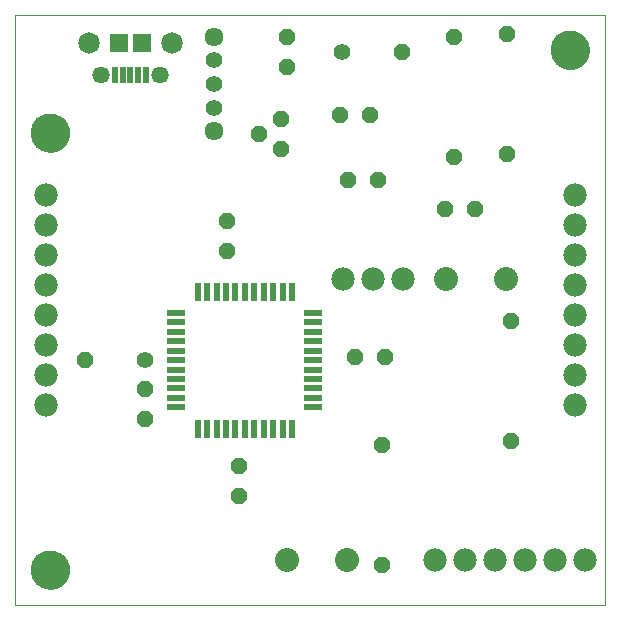
<source format=gts>
G04 EAGLE Gerber RS-274X export*
G75*
%MOMM*%
%FSLAX34Y34*%
%LPD*%
%INSolder Mask top*%
%IPPOS*%
%AMOC8*
5,1,8,0,0,1.08239X$1,22.5*%
G01*
%ADD10C,0.000000*%
%ADD11C,3.301600*%
%ADD12P,1.539592X8X292.500000*%
%ADD13P,1.539592X8X22.500000*%
%ADD14C,1.422400*%
%ADD15P,1.539592X8X202.500000*%
%ADD16P,1.539592X8X112.500000*%
%ADD17R,0.501600X1.451600*%
%ADD18C,1.459600*%
%ADD19C,1.826600*%
%ADD20R,1.601600X1.601600*%
%ADD21C,1.981200*%
%ADD22R,1.601600X0.601600*%
%ADD23R,0.601600X1.601600*%
%ADD24C,2.032000*%
%ADD25C,1.409600*%
%ADD26C,1.609600*%


D10*
X0Y0D02*
X500000Y0D01*
X500000Y500000D01*
X0Y500000D01*
X0Y0D01*
X454000Y470000D02*
X454005Y470393D01*
X454019Y470785D01*
X454043Y471177D01*
X454077Y471568D01*
X454120Y471959D01*
X454173Y472348D01*
X454236Y472735D01*
X454307Y473121D01*
X454389Y473506D01*
X454479Y473888D01*
X454580Y474267D01*
X454689Y474645D01*
X454808Y475019D01*
X454935Y475390D01*
X455072Y475758D01*
X455218Y476123D01*
X455373Y476484D01*
X455536Y476841D01*
X455708Y477194D01*
X455889Y477542D01*
X456079Y477886D01*
X456276Y478226D01*
X456482Y478560D01*
X456696Y478889D01*
X456919Y479213D01*
X457149Y479531D01*
X457386Y479844D01*
X457632Y480150D01*
X457885Y480451D01*
X458145Y480745D01*
X458412Y481033D01*
X458686Y481314D01*
X458967Y481588D01*
X459255Y481855D01*
X459549Y482115D01*
X459850Y482368D01*
X460156Y482614D01*
X460469Y482851D01*
X460787Y483081D01*
X461111Y483304D01*
X461440Y483518D01*
X461774Y483724D01*
X462114Y483921D01*
X462458Y484111D01*
X462806Y484292D01*
X463159Y484464D01*
X463516Y484627D01*
X463877Y484782D01*
X464242Y484928D01*
X464610Y485065D01*
X464981Y485192D01*
X465355Y485311D01*
X465733Y485420D01*
X466112Y485521D01*
X466494Y485611D01*
X466879Y485693D01*
X467265Y485764D01*
X467652Y485827D01*
X468041Y485880D01*
X468432Y485923D01*
X468823Y485957D01*
X469215Y485981D01*
X469607Y485995D01*
X470000Y486000D01*
X470393Y485995D01*
X470785Y485981D01*
X471177Y485957D01*
X471568Y485923D01*
X471959Y485880D01*
X472348Y485827D01*
X472735Y485764D01*
X473121Y485693D01*
X473506Y485611D01*
X473888Y485521D01*
X474267Y485420D01*
X474645Y485311D01*
X475019Y485192D01*
X475390Y485065D01*
X475758Y484928D01*
X476123Y484782D01*
X476484Y484627D01*
X476841Y484464D01*
X477194Y484292D01*
X477542Y484111D01*
X477886Y483921D01*
X478226Y483724D01*
X478560Y483518D01*
X478889Y483304D01*
X479213Y483081D01*
X479531Y482851D01*
X479844Y482614D01*
X480150Y482368D01*
X480451Y482115D01*
X480745Y481855D01*
X481033Y481588D01*
X481314Y481314D01*
X481588Y481033D01*
X481855Y480745D01*
X482115Y480451D01*
X482368Y480150D01*
X482614Y479844D01*
X482851Y479531D01*
X483081Y479213D01*
X483304Y478889D01*
X483518Y478560D01*
X483724Y478226D01*
X483921Y477886D01*
X484111Y477542D01*
X484292Y477194D01*
X484464Y476841D01*
X484627Y476484D01*
X484782Y476123D01*
X484928Y475758D01*
X485065Y475390D01*
X485192Y475019D01*
X485311Y474645D01*
X485420Y474267D01*
X485521Y473888D01*
X485611Y473506D01*
X485693Y473121D01*
X485764Y472735D01*
X485827Y472348D01*
X485880Y471959D01*
X485923Y471568D01*
X485957Y471177D01*
X485981Y470785D01*
X485995Y470393D01*
X486000Y470000D01*
X485995Y469607D01*
X485981Y469215D01*
X485957Y468823D01*
X485923Y468432D01*
X485880Y468041D01*
X485827Y467652D01*
X485764Y467265D01*
X485693Y466879D01*
X485611Y466494D01*
X485521Y466112D01*
X485420Y465733D01*
X485311Y465355D01*
X485192Y464981D01*
X485065Y464610D01*
X484928Y464242D01*
X484782Y463877D01*
X484627Y463516D01*
X484464Y463159D01*
X484292Y462806D01*
X484111Y462458D01*
X483921Y462114D01*
X483724Y461774D01*
X483518Y461440D01*
X483304Y461111D01*
X483081Y460787D01*
X482851Y460469D01*
X482614Y460156D01*
X482368Y459850D01*
X482115Y459549D01*
X481855Y459255D01*
X481588Y458967D01*
X481314Y458686D01*
X481033Y458412D01*
X480745Y458145D01*
X480451Y457885D01*
X480150Y457632D01*
X479844Y457386D01*
X479531Y457149D01*
X479213Y456919D01*
X478889Y456696D01*
X478560Y456482D01*
X478226Y456276D01*
X477886Y456079D01*
X477542Y455889D01*
X477194Y455708D01*
X476841Y455536D01*
X476484Y455373D01*
X476123Y455218D01*
X475758Y455072D01*
X475390Y454935D01*
X475019Y454808D01*
X474645Y454689D01*
X474267Y454580D01*
X473888Y454479D01*
X473506Y454389D01*
X473121Y454307D01*
X472735Y454236D01*
X472348Y454173D01*
X471959Y454120D01*
X471568Y454077D01*
X471177Y454043D01*
X470785Y454019D01*
X470393Y454005D01*
X470000Y454000D01*
X469607Y454005D01*
X469215Y454019D01*
X468823Y454043D01*
X468432Y454077D01*
X468041Y454120D01*
X467652Y454173D01*
X467265Y454236D01*
X466879Y454307D01*
X466494Y454389D01*
X466112Y454479D01*
X465733Y454580D01*
X465355Y454689D01*
X464981Y454808D01*
X464610Y454935D01*
X464242Y455072D01*
X463877Y455218D01*
X463516Y455373D01*
X463159Y455536D01*
X462806Y455708D01*
X462458Y455889D01*
X462114Y456079D01*
X461774Y456276D01*
X461440Y456482D01*
X461111Y456696D01*
X460787Y456919D01*
X460469Y457149D01*
X460156Y457386D01*
X459850Y457632D01*
X459549Y457885D01*
X459255Y458145D01*
X458967Y458412D01*
X458686Y458686D01*
X458412Y458967D01*
X458145Y459255D01*
X457885Y459549D01*
X457632Y459850D01*
X457386Y460156D01*
X457149Y460469D01*
X456919Y460787D01*
X456696Y461111D01*
X456482Y461440D01*
X456276Y461774D01*
X456079Y462114D01*
X455889Y462458D01*
X455708Y462806D01*
X455536Y463159D01*
X455373Y463516D01*
X455218Y463877D01*
X455072Y464242D01*
X454935Y464610D01*
X454808Y464981D01*
X454689Y465355D01*
X454580Y465733D01*
X454479Y466112D01*
X454389Y466494D01*
X454307Y466879D01*
X454236Y467265D01*
X454173Y467652D01*
X454120Y468041D01*
X454077Y468432D01*
X454043Y468823D01*
X454019Y469215D01*
X454005Y469607D01*
X454000Y470000D01*
D11*
X470000Y470000D03*
D10*
X14000Y400000D02*
X14005Y400393D01*
X14019Y400785D01*
X14043Y401177D01*
X14077Y401568D01*
X14120Y401959D01*
X14173Y402348D01*
X14236Y402735D01*
X14307Y403121D01*
X14389Y403506D01*
X14479Y403888D01*
X14580Y404267D01*
X14689Y404645D01*
X14808Y405019D01*
X14935Y405390D01*
X15072Y405758D01*
X15218Y406123D01*
X15373Y406484D01*
X15536Y406841D01*
X15708Y407194D01*
X15889Y407542D01*
X16079Y407886D01*
X16276Y408226D01*
X16482Y408560D01*
X16696Y408889D01*
X16919Y409213D01*
X17149Y409531D01*
X17386Y409844D01*
X17632Y410150D01*
X17885Y410451D01*
X18145Y410745D01*
X18412Y411033D01*
X18686Y411314D01*
X18967Y411588D01*
X19255Y411855D01*
X19549Y412115D01*
X19850Y412368D01*
X20156Y412614D01*
X20469Y412851D01*
X20787Y413081D01*
X21111Y413304D01*
X21440Y413518D01*
X21774Y413724D01*
X22114Y413921D01*
X22458Y414111D01*
X22806Y414292D01*
X23159Y414464D01*
X23516Y414627D01*
X23877Y414782D01*
X24242Y414928D01*
X24610Y415065D01*
X24981Y415192D01*
X25355Y415311D01*
X25733Y415420D01*
X26112Y415521D01*
X26494Y415611D01*
X26879Y415693D01*
X27265Y415764D01*
X27652Y415827D01*
X28041Y415880D01*
X28432Y415923D01*
X28823Y415957D01*
X29215Y415981D01*
X29607Y415995D01*
X30000Y416000D01*
X30393Y415995D01*
X30785Y415981D01*
X31177Y415957D01*
X31568Y415923D01*
X31959Y415880D01*
X32348Y415827D01*
X32735Y415764D01*
X33121Y415693D01*
X33506Y415611D01*
X33888Y415521D01*
X34267Y415420D01*
X34645Y415311D01*
X35019Y415192D01*
X35390Y415065D01*
X35758Y414928D01*
X36123Y414782D01*
X36484Y414627D01*
X36841Y414464D01*
X37194Y414292D01*
X37542Y414111D01*
X37886Y413921D01*
X38226Y413724D01*
X38560Y413518D01*
X38889Y413304D01*
X39213Y413081D01*
X39531Y412851D01*
X39844Y412614D01*
X40150Y412368D01*
X40451Y412115D01*
X40745Y411855D01*
X41033Y411588D01*
X41314Y411314D01*
X41588Y411033D01*
X41855Y410745D01*
X42115Y410451D01*
X42368Y410150D01*
X42614Y409844D01*
X42851Y409531D01*
X43081Y409213D01*
X43304Y408889D01*
X43518Y408560D01*
X43724Y408226D01*
X43921Y407886D01*
X44111Y407542D01*
X44292Y407194D01*
X44464Y406841D01*
X44627Y406484D01*
X44782Y406123D01*
X44928Y405758D01*
X45065Y405390D01*
X45192Y405019D01*
X45311Y404645D01*
X45420Y404267D01*
X45521Y403888D01*
X45611Y403506D01*
X45693Y403121D01*
X45764Y402735D01*
X45827Y402348D01*
X45880Y401959D01*
X45923Y401568D01*
X45957Y401177D01*
X45981Y400785D01*
X45995Y400393D01*
X46000Y400000D01*
X45995Y399607D01*
X45981Y399215D01*
X45957Y398823D01*
X45923Y398432D01*
X45880Y398041D01*
X45827Y397652D01*
X45764Y397265D01*
X45693Y396879D01*
X45611Y396494D01*
X45521Y396112D01*
X45420Y395733D01*
X45311Y395355D01*
X45192Y394981D01*
X45065Y394610D01*
X44928Y394242D01*
X44782Y393877D01*
X44627Y393516D01*
X44464Y393159D01*
X44292Y392806D01*
X44111Y392458D01*
X43921Y392114D01*
X43724Y391774D01*
X43518Y391440D01*
X43304Y391111D01*
X43081Y390787D01*
X42851Y390469D01*
X42614Y390156D01*
X42368Y389850D01*
X42115Y389549D01*
X41855Y389255D01*
X41588Y388967D01*
X41314Y388686D01*
X41033Y388412D01*
X40745Y388145D01*
X40451Y387885D01*
X40150Y387632D01*
X39844Y387386D01*
X39531Y387149D01*
X39213Y386919D01*
X38889Y386696D01*
X38560Y386482D01*
X38226Y386276D01*
X37886Y386079D01*
X37542Y385889D01*
X37194Y385708D01*
X36841Y385536D01*
X36484Y385373D01*
X36123Y385218D01*
X35758Y385072D01*
X35390Y384935D01*
X35019Y384808D01*
X34645Y384689D01*
X34267Y384580D01*
X33888Y384479D01*
X33506Y384389D01*
X33121Y384307D01*
X32735Y384236D01*
X32348Y384173D01*
X31959Y384120D01*
X31568Y384077D01*
X31177Y384043D01*
X30785Y384019D01*
X30393Y384005D01*
X30000Y384000D01*
X29607Y384005D01*
X29215Y384019D01*
X28823Y384043D01*
X28432Y384077D01*
X28041Y384120D01*
X27652Y384173D01*
X27265Y384236D01*
X26879Y384307D01*
X26494Y384389D01*
X26112Y384479D01*
X25733Y384580D01*
X25355Y384689D01*
X24981Y384808D01*
X24610Y384935D01*
X24242Y385072D01*
X23877Y385218D01*
X23516Y385373D01*
X23159Y385536D01*
X22806Y385708D01*
X22458Y385889D01*
X22114Y386079D01*
X21774Y386276D01*
X21440Y386482D01*
X21111Y386696D01*
X20787Y386919D01*
X20469Y387149D01*
X20156Y387386D01*
X19850Y387632D01*
X19549Y387885D01*
X19255Y388145D01*
X18967Y388412D01*
X18686Y388686D01*
X18412Y388967D01*
X18145Y389255D01*
X17885Y389549D01*
X17632Y389850D01*
X17386Y390156D01*
X17149Y390469D01*
X16919Y390787D01*
X16696Y391111D01*
X16482Y391440D01*
X16276Y391774D01*
X16079Y392114D01*
X15889Y392458D01*
X15708Y392806D01*
X15536Y393159D01*
X15373Y393516D01*
X15218Y393877D01*
X15072Y394242D01*
X14935Y394610D01*
X14808Y394981D01*
X14689Y395355D01*
X14580Y395733D01*
X14479Y396112D01*
X14389Y396494D01*
X14307Y396879D01*
X14236Y397265D01*
X14173Y397652D01*
X14120Y398041D01*
X14077Y398432D01*
X14043Y398823D01*
X14019Y399215D01*
X14005Y399607D01*
X14000Y400000D01*
D11*
X30000Y400000D03*
D10*
X14000Y30000D02*
X14005Y30393D01*
X14019Y30785D01*
X14043Y31177D01*
X14077Y31568D01*
X14120Y31959D01*
X14173Y32348D01*
X14236Y32735D01*
X14307Y33121D01*
X14389Y33506D01*
X14479Y33888D01*
X14580Y34267D01*
X14689Y34645D01*
X14808Y35019D01*
X14935Y35390D01*
X15072Y35758D01*
X15218Y36123D01*
X15373Y36484D01*
X15536Y36841D01*
X15708Y37194D01*
X15889Y37542D01*
X16079Y37886D01*
X16276Y38226D01*
X16482Y38560D01*
X16696Y38889D01*
X16919Y39213D01*
X17149Y39531D01*
X17386Y39844D01*
X17632Y40150D01*
X17885Y40451D01*
X18145Y40745D01*
X18412Y41033D01*
X18686Y41314D01*
X18967Y41588D01*
X19255Y41855D01*
X19549Y42115D01*
X19850Y42368D01*
X20156Y42614D01*
X20469Y42851D01*
X20787Y43081D01*
X21111Y43304D01*
X21440Y43518D01*
X21774Y43724D01*
X22114Y43921D01*
X22458Y44111D01*
X22806Y44292D01*
X23159Y44464D01*
X23516Y44627D01*
X23877Y44782D01*
X24242Y44928D01*
X24610Y45065D01*
X24981Y45192D01*
X25355Y45311D01*
X25733Y45420D01*
X26112Y45521D01*
X26494Y45611D01*
X26879Y45693D01*
X27265Y45764D01*
X27652Y45827D01*
X28041Y45880D01*
X28432Y45923D01*
X28823Y45957D01*
X29215Y45981D01*
X29607Y45995D01*
X30000Y46000D01*
X30393Y45995D01*
X30785Y45981D01*
X31177Y45957D01*
X31568Y45923D01*
X31959Y45880D01*
X32348Y45827D01*
X32735Y45764D01*
X33121Y45693D01*
X33506Y45611D01*
X33888Y45521D01*
X34267Y45420D01*
X34645Y45311D01*
X35019Y45192D01*
X35390Y45065D01*
X35758Y44928D01*
X36123Y44782D01*
X36484Y44627D01*
X36841Y44464D01*
X37194Y44292D01*
X37542Y44111D01*
X37886Y43921D01*
X38226Y43724D01*
X38560Y43518D01*
X38889Y43304D01*
X39213Y43081D01*
X39531Y42851D01*
X39844Y42614D01*
X40150Y42368D01*
X40451Y42115D01*
X40745Y41855D01*
X41033Y41588D01*
X41314Y41314D01*
X41588Y41033D01*
X41855Y40745D01*
X42115Y40451D01*
X42368Y40150D01*
X42614Y39844D01*
X42851Y39531D01*
X43081Y39213D01*
X43304Y38889D01*
X43518Y38560D01*
X43724Y38226D01*
X43921Y37886D01*
X44111Y37542D01*
X44292Y37194D01*
X44464Y36841D01*
X44627Y36484D01*
X44782Y36123D01*
X44928Y35758D01*
X45065Y35390D01*
X45192Y35019D01*
X45311Y34645D01*
X45420Y34267D01*
X45521Y33888D01*
X45611Y33506D01*
X45693Y33121D01*
X45764Y32735D01*
X45827Y32348D01*
X45880Y31959D01*
X45923Y31568D01*
X45957Y31177D01*
X45981Y30785D01*
X45995Y30393D01*
X46000Y30000D01*
X45995Y29607D01*
X45981Y29215D01*
X45957Y28823D01*
X45923Y28432D01*
X45880Y28041D01*
X45827Y27652D01*
X45764Y27265D01*
X45693Y26879D01*
X45611Y26494D01*
X45521Y26112D01*
X45420Y25733D01*
X45311Y25355D01*
X45192Y24981D01*
X45065Y24610D01*
X44928Y24242D01*
X44782Y23877D01*
X44627Y23516D01*
X44464Y23159D01*
X44292Y22806D01*
X44111Y22458D01*
X43921Y22114D01*
X43724Y21774D01*
X43518Y21440D01*
X43304Y21111D01*
X43081Y20787D01*
X42851Y20469D01*
X42614Y20156D01*
X42368Y19850D01*
X42115Y19549D01*
X41855Y19255D01*
X41588Y18967D01*
X41314Y18686D01*
X41033Y18412D01*
X40745Y18145D01*
X40451Y17885D01*
X40150Y17632D01*
X39844Y17386D01*
X39531Y17149D01*
X39213Y16919D01*
X38889Y16696D01*
X38560Y16482D01*
X38226Y16276D01*
X37886Y16079D01*
X37542Y15889D01*
X37194Y15708D01*
X36841Y15536D01*
X36484Y15373D01*
X36123Y15218D01*
X35758Y15072D01*
X35390Y14935D01*
X35019Y14808D01*
X34645Y14689D01*
X34267Y14580D01*
X33888Y14479D01*
X33506Y14389D01*
X33121Y14307D01*
X32735Y14236D01*
X32348Y14173D01*
X31959Y14120D01*
X31568Y14077D01*
X31177Y14043D01*
X30785Y14019D01*
X30393Y14005D01*
X30000Y14000D01*
X29607Y14005D01*
X29215Y14019D01*
X28823Y14043D01*
X28432Y14077D01*
X28041Y14120D01*
X27652Y14173D01*
X27265Y14236D01*
X26879Y14307D01*
X26494Y14389D01*
X26112Y14479D01*
X25733Y14580D01*
X25355Y14689D01*
X24981Y14808D01*
X24610Y14935D01*
X24242Y15072D01*
X23877Y15218D01*
X23516Y15373D01*
X23159Y15536D01*
X22806Y15708D01*
X22458Y15889D01*
X22114Y16079D01*
X21774Y16276D01*
X21440Y16482D01*
X21111Y16696D01*
X20787Y16919D01*
X20469Y17149D01*
X20156Y17386D01*
X19850Y17632D01*
X19549Y17885D01*
X19255Y18145D01*
X18967Y18412D01*
X18686Y18686D01*
X18412Y18967D01*
X18145Y19255D01*
X17885Y19549D01*
X17632Y19850D01*
X17386Y20156D01*
X17149Y20469D01*
X16919Y20787D01*
X16696Y21111D01*
X16482Y21440D01*
X16276Y21774D01*
X16079Y22114D01*
X15889Y22458D01*
X15708Y22806D01*
X15536Y23159D01*
X15373Y23516D01*
X15218Y23877D01*
X15072Y24242D01*
X14935Y24610D01*
X14808Y24981D01*
X14689Y25355D01*
X14580Y25733D01*
X14479Y26112D01*
X14389Y26494D01*
X14307Y26879D01*
X14236Y27265D01*
X14173Y27652D01*
X14120Y28041D01*
X14077Y28432D01*
X14043Y28823D01*
X14019Y29215D01*
X14005Y29607D01*
X14000Y30000D01*
D11*
X30000Y30000D03*
D12*
X230200Y481300D03*
X230200Y455900D03*
D13*
X275200Y415200D03*
X300600Y415200D03*
D12*
X190200Y118300D03*
X190200Y92900D03*
D13*
X288200Y210200D03*
X313600Y210200D03*
D14*
X110500Y207500D03*
D15*
X59700Y207500D03*
D14*
X277000Y468200D03*
D13*
X327800Y468200D03*
D16*
X179800Y299700D03*
X179800Y325100D03*
D17*
X97900Y448700D03*
X91400Y448700D03*
X84900Y448700D03*
X104400Y448700D03*
X110900Y448700D03*
D18*
X122900Y448700D03*
X72900Y448700D03*
D19*
X62900Y475700D03*
X132900Y475700D03*
D20*
X107900Y475700D03*
X87900Y475700D03*
D21*
X474700Y169300D03*
X474700Y194700D03*
X474700Y220100D03*
X474700Y245500D03*
X474700Y270900D03*
X474700Y296300D03*
X474700Y321700D03*
X474700Y347100D03*
X26600Y169800D03*
X26600Y195200D03*
X26600Y220600D03*
X26600Y246000D03*
X26600Y271400D03*
X26600Y296800D03*
X26600Y322200D03*
X26600Y347600D03*
D13*
X282500Y360300D03*
X307900Y360300D03*
X364100Y335300D03*
X389500Y335300D03*
D21*
X328300Y276300D03*
X302900Y276300D03*
X277500Y276300D03*
D12*
X311000Y135300D03*
X311000Y33700D03*
X371800Y481300D03*
X371800Y379700D03*
X416800Y483300D03*
X416800Y381700D03*
D22*
X136800Y247500D03*
X136800Y239500D03*
X136800Y231500D03*
X136800Y223500D03*
X136800Y215500D03*
X136800Y207500D03*
X136800Y199500D03*
X136800Y191500D03*
X136800Y183500D03*
X136800Y175500D03*
X136800Y167500D03*
D23*
X154800Y149500D03*
X162800Y149500D03*
X170800Y149500D03*
X178800Y149500D03*
X186800Y149500D03*
X194800Y149500D03*
X202800Y149500D03*
X210800Y149500D03*
X218800Y149500D03*
X226800Y149500D03*
X234800Y149500D03*
D22*
X252800Y167500D03*
X252800Y175500D03*
X252800Y183500D03*
X252800Y191500D03*
X252800Y199500D03*
X252800Y207500D03*
X252800Y215500D03*
X252800Y223500D03*
X252800Y231500D03*
X252800Y239500D03*
X252800Y247500D03*
D23*
X234800Y265500D03*
X226800Y265500D03*
X218800Y265500D03*
X210800Y265500D03*
X202800Y265500D03*
X194800Y265500D03*
X186800Y265500D03*
X178800Y265500D03*
X170800Y265500D03*
X162800Y265500D03*
X154800Y265500D03*
D24*
X416100Y276500D03*
X365300Y276500D03*
D25*
X168400Y441400D03*
X168400Y461400D03*
X168400Y421400D03*
D26*
X168400Y401400D03*
X168400Y481400D03*
D16*
X225500Y412000D03*
X206450Y399300D03*
X225500Y386600D03*
D21*
X355600Y38700D03*
X381000Y38700D03*
X406400Y38700D03*
X431800Y38700D03*
X457200Y38700D03*
X482600Y38700D03*
D24*
X230600Y38600D03*
X281400Y38600D03*
D16*
X420000Y139200D03*
X420000Y240800D03*
D12*
X110000Y182700D03*
X110000Y157300D03*
M02*

</source>
